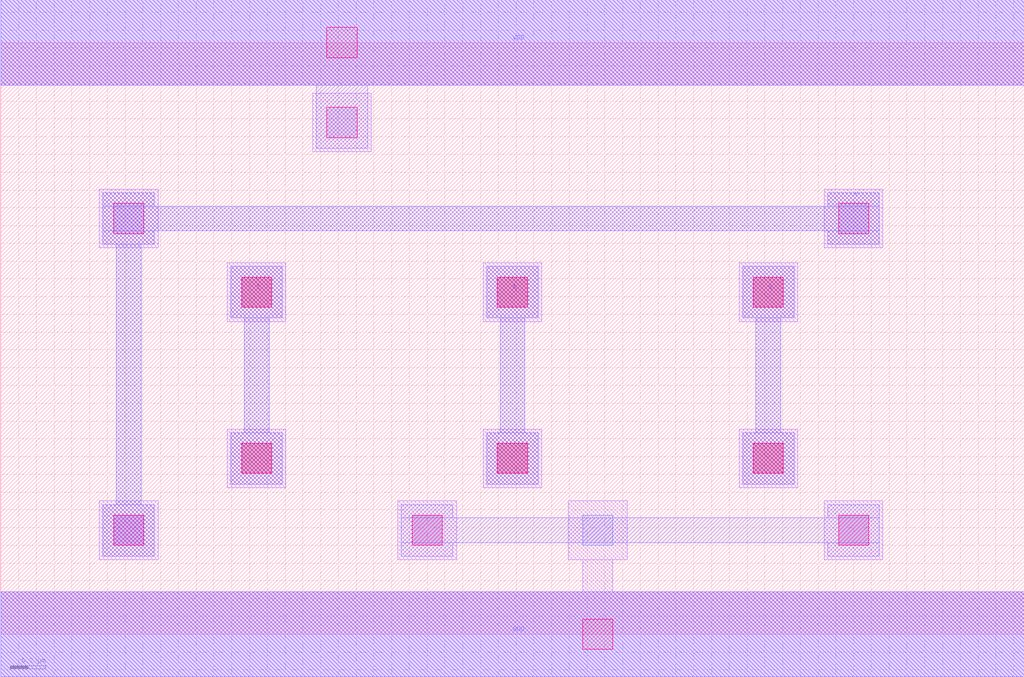
<source format=lef>
MACRO OAI21X1
 CLASS CORE ;
 FOREIGN OAI21X1 0 0 ;
 SIZE 5.76 BY 3.33 ;
 ORIGIN 0 0 ;
 SYMMETRY X Y R90 ;
 SITE unit ;
  PIN VDD
   DIRECTION INOUT ;
   USE POWER ;
   SHAPE ABUTMENT ;
    PORT
     CLASS CORE ;
       LAYER li1 ;
        RECT 0.00000000 3.09000000 5.76000000 3.57000000 ;
       LAYER met1 ;
        RECT 0.00000000 3.09000000 5.76000000 3.57000000 ;
    END
  END VDD

  PIN GND
   DIRECTION INOUT ;
   USE POWER ;
   SHAPE ABUTMENT ;
    PORT
     CLASS CORE ;
       LAYER li1 ;
        RECT 0.00000000 -0.24000000 5.76000000 0.24000000 ;
       LAYER met1 ;
        RECT 0.00000000 -0.24000000 5.76000000 0.24000000 ;
    END
  END GND

  PIN Y
   DIRECTION INOUT ;
   USE SIGNAL ;
   SHAPE ABUTMENT ;
    PORT
     CLASS CORE ;
       LAYER met1 ;
        RECT 0.57500000 0.44000000 0.86500000 0.73000000 ;
        RECT 0.65000000 0.73000000 0.79000000 2.19500000 ;
        RECT 0.57500000 2.19500000 0.86500000 2.27000000 ;
        RECT 4.65500000 2.19500000 4.94500000 2.27000000 ;
        RECT 0.57500000 2.27000000 4.94500000 2.41000000 ;
        RECT 0.57500000 2.41000000 0.86500000 2.48500000 ;
        RECT 4.65500000 2.41000000 4.94500000 2.48500000 ;
    END
  END Y

  PIN C
   DIRECTION INOUT ;
   USE SIGNAL ;
   SHAPE ABUTMENT ;
    PORT
     CLASS CORE ;
       LAYER met1 ;
        RECT 1.29500000 0.84500000 1.58500000 1.13500000 ;
        RECT 1.37000000 1.13500000 1.51000000 1.78000000 ;
        RECT 1.29500000 1.78000000 1.58500000 2.07000000 ;
    END
  END C

  PIN A
   DIRECTION INOUT ;
   USE SIGNAL ;
   SHAPE ABUTMENT ;
    PORT
     CLASS CORE ;
       LAYER met1 ;
        RECT 2.73500000 0.84500000 3.02500000 1.13500000 ;
        RECT 2.81000000 1.13500000 2.95000000 1.78000000 ;
        RECT 2.73500000 1.78000000 3.02500000 2.07000000 ;
    END
  END A

  PIN B
   DIRECTION INOUT ;
   USE SIGNAL ;
   SHAPE ABUTMENT ;
    PORT
     CLASS CORE ;
       LAYER met1 ;
        RECT 4.17500000 0.84500000 4.46500000 1.13500000 ;
        RECT 4.25000000 1.13500000 4.39000000 1.78000000 ;
        RECT 4.17500000 1.78000000 4.46500000 2.07000000 ;
    END
  END B

 OBS
    LAYER polycont ;
     RECT 1.35500000 0.90500000 1.52500000 1.07500000 ;
     RECT 2.79500000 0.90500000 2.96500000 1.07500000 ;
     RECT 4.23500000 0.90500000 4.40500000 1.07500000 ;
     RECT 1.35500000 1.84000000 1.52500000 2.01000000 ;
     RECT 2.79500000 1.84000000 2.96500000 2.01000000 ;
     RECT 4.23500000 1.84000000 4.40500000 2.01000000 ;

    LAYER pdiffc ;
     RECT 0.63500000 2.25500000 0.80500000 2.42500000 ;
     RECT 4.71500000 2.25500000 4.88500000 2.42500000 ;
     RECT 1.83500000 2.79500000 2.00500000 2.96500000 ;

    LAYER ndiffc ;
     RECT 0.63500000 0.50000000 0.80500000 0.67000000 ;
     RECT 2.31500000 0.50000000 2.48500000 0.67000000 ;
     RECT 3.27500000 0.50000000 3.44500000 0.67000000 ;
     RECT 4.71500000 0.50000000 4.88500000 0.67000000 ;

    LAYER li1 ;
     RECT 0.55500000 0.42000000 0.88500000 0.75000000 ;
     RECT 2.23500000 0.42000000 2.56500000 0.75000000 ;
     RECT 0.00000000 -0.24000000 5.76000000 0.24000000 ;
     RECT 3.27500000 0.24000000 3.44500000 0.42000000 ;
     RECT 3.19500000 0.42000000 3.52500000 0.75000000 ;
     RECT 4.63500000 0.42000000 4.96500000 0.75000000 ;
     RECT 1.27500000 0.82500000 1.60500000 1.15500000 ;
     RECT 2.71500000 0.82500000 3.04500000 1.15500000 ;
     RECT 4.15500000 0.82500000 4.48500000 1.15500000 ;
     RECT 1.27500000 1.76000000 1.60500000 2.09000000 ;
     RECT 2.71500000 1.76000000 3.04500000 2.09000000 ;
     RECT 4.15500000 1.76000000 4.48500000 2.09000000 ;
     RECT 0.55500000 2.17500000 0.88500000 2.50500000 ;
     RECT 4.63500000 2.17500000 4.96500000 2.50500000 ;
     RECT 1.75500000 2.71500000 2.08500000 3.04500000 ;
     RECT 0.00000000 3.09000000 5.76000000 3.57000000 ;

    LAYER viali ;
     RECT 3.27500000 -0.08500000 3.44500000 0.08500000 ;
     RECT 0.63500000 0.50000000 0.80500000 0.67000000 ;
     RECT 2.31500000 0.50000000 2.48500000 0.67000000 ;
     RECT 4.71500000 0.50000000 4.88500000 0.67000000 ;
     RECT 1.35500000 0.90500000 1.52500000 1.07500000 ;
     RECT 2.79500000 0.90500000 2.96500000 1.07500000 ;
     RECT 4.23500000 0.90500000 4.40500000 1.07500000 ;
     RECT 1.35500000 1.84000000 1.52500000 2.01000000 ;
     RECT 2.79500000 1.84000000 2.96500000 2.01000000 ;
     RECT 4.23500000 1.84000000 4.40500000 2.01000000 ;
     RECT 0.63500000 2.25500000 0.80500000 2.42500000 ;
     RECT 4.71500000 2.25500000 4.88500000 2.42500000 ;
     RECT 1.83500000 2.79500000 2.00500000 2.96500000 ;
     RECT 1.83500000 3.24500000 2.00500000 3.41500000 ;

    LAYER met1 ;
     RECT 0.00000000 -0.24000000 5.76000000 0.24000000 ;
     RECT 2.25500000 0.44000000 2.54500000 0.51500000 ;
     RECT 4.65500000 0.44000000 4.94500000 0.51500000 ;
     RECT 2.25500000 0.51500000 4.94500000 0.65500000 ;
     RECT 2.25500000 0.65500000 2.54500000 0.73000000 ;
     RECT 4.65500000 0.65500000 4.94500000 0.73000000 ;
     RECT 1.29500000 0.84500000 1.58500000 1.13500000 ;
     RECT 1.37000000 1.13500000 1.51000000 1.78000000 ;
     RECT 1.29500000 1.78000000 1.58500000 2.07000000 ;
     RECT 2.73500000 0.84500000 3.02500000 1.13500000 ;
     RECT 2.81000000 1.13500000 2.95000000 1.78000000 ;
     RECT 2.73500000 1.78000000 3.02500000 2.07000000 ;
     RECT 4.17500000 0.84500000 4.46500000 1.13500000 ;
     RECT 4.25000000 1.13500000 4.39000000 1.78000000 ;
     RECT 4.17500000 1.78000000 4.46500000 2.07000000 ;
     RECT 0.57500000 0.44000000 0.86500000 0.73000000 ;
     RECT 0.65000000 0.73000000 0.79000000 2.19500000 ;
     RECT 0.57500000 2.19500000 0.86500000 2.27000000 ;
     RECT 4.65500000 2.19500000 4.94500000 2.27000000 ;
     RECT 0.57500000 2.27000000 4.94500000 2.41000000 ;
     RECT 0.57500000 2.41000000 0.86500000 2.48500000 ;
     RECT 4.65500000 2.41000000 4.94500000 2.48500000 ;
     RECT 1.77500000 2.73500000 2.06500000 3.09000000 ;
     RECT 0.00000000 3.09000000 5.76000000 3.57000000 ;

 END
END OAI21X1

</source>
